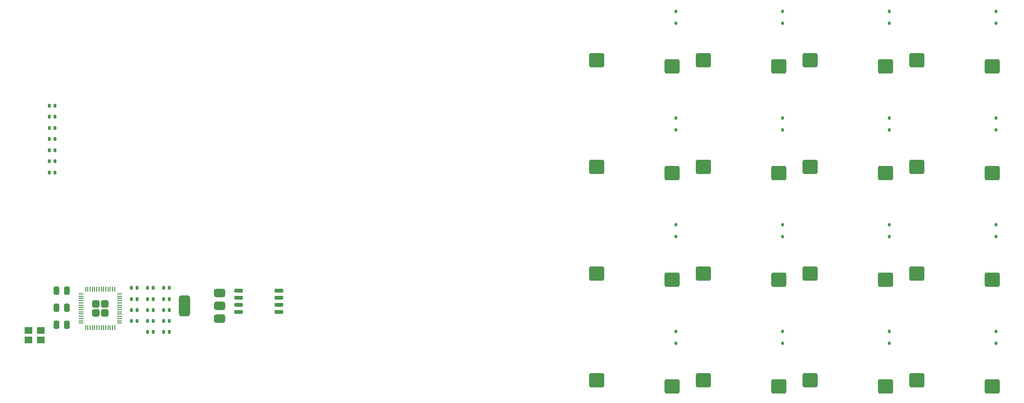
<source format=gbr>
%TF.GenerationSoftware,KiCad,Pcbnew,8.0.3*%
%TF.CreationDate,2024-06-18T00:53:01+07:00*%
%TF.ProjectId,Bandung_v1.0.0,42616e64-756e-4675-9f76-312e302e302e,rev?*%
%TF.SameCoordinates,Original*%
%TF.FileFunction,Paste,Bot*%
%TF.FilePolarity,Positive*%
%FSLAX46Y46*%
G04 Gerber Fmt 4.6, Leading zero omitted, Abs format (unit mm)*
G04 Created by KiCad (PCBNEW 8.0.3) date 2024-06-18 00:53:01*
%MOMM*%
%LPD*%
G01*
G04 APERTURE LIST*
G04 Aperture macros list*
%AMRoundRect*
0 Rectangle with rounded corners*
0 $1 Rounding radius*
0 $2 $3 $4 $5 $6 $7 $8 $9 X,Y pos of 4 corners*
0 Add a 4 corners polygon primitive as box body*
4,1,4,$2,$3,$4,$5,$6,$7,$8,$9,$2,$3,0*
0 Add four circle primitives for the rounded corners*
1,1,$1+$1,$2,$3*
1,1,$1+$1,$4,$5*
1,1,$1+$1,$6,$7*
1,1,$1+$1,$8,$9*
0 Add four rect primitives between the rounded corners*
20,1,$1+$1,$2,$3,$4,$5,0*
20,1,$1+$1,$4,$5,$6,$7,0*
20,1,$1+$1,$6,$7,$8,$9,0*
20,1,$1+$1,$8,$9,$2,$3,0*%
G04 Aperture macros list end*
%ADD10RoundRect,0.112500X-0.112500X0.187500X-0.112500X-0.187500X0.112500X-0.187500X0.112500X0.187500X0*%
%ADD11RoundRect,0.255000X1.070000X1.020000X-1.070000X1.020000X-1.070000X-1.020000X1.070000X-1.020000X0*%
%ADD12RoundRect,0.375000X0.625000X0.375000X-0.625000X0.375000X-0.625000X-0.375000X0.625000X-0.375000X0*%
%ADD13RoundRect,0.500000X0.500000X1.400000X-0.500000X1.400000X-0.500000X-1.400000X0.500000X-1.400000X0*%
%ADD14R,1.400000X1.200000*%
%ADD15RoundRect,0.140000X0.140000X0.170000X-0.140000X0.170000X-0.140000X-0.170000X0.140000X-0.170000X0*%
%ADD16RoundRect,0.250000X0.250000X0.475000X-0.250000X0.475000X-0.250000X-0.475000X0.250000X-0.475000X0*%
%ADD17RoundRect,0.135000X0.135000X0.185000X-0.135000X0.185000X-0.135000X-0.185000X0.135000X-0.185000X0*%
%ADD18RoundRect,0.150000X0.650000X0.150000X-0.650000X0.150000X-0.650000X-0.150000X0.650000X-0.150000X0*%
%ADD19RoundRect,0.249999X0.395001X0.395001X-0.395001X0.395001X-0.395001X-0.395001X0.395001X-0.395001X0*%
%ADD20RoundRect,0.050000X0.387500X0.050000X-0.387500X0.050000X-0.387500X-0.050000X0.387500X-0.050000X0*%
%ADD21RoundRect,0.050000X0.050000X0.387500X-0.050000X0.387500X-0.050000X-0.387500X0.050000X-0.387500X0*%
G04 APERTURE END LIST*
D10*
%TO.C,D10*%
X141300000Y-53575000D03*
X141300000Y-55675000D03*
%TD*%
%TO.C,D2*%
X141300000Y-15475000D03*
X141300000Y-17575000D03*
%TD*%
D11*
%TO.C,CH9*%
X108080000Y-62325000D03*
X121570000Y-63375000D03*
%TD*%
D12*
%TO.C,U1*%
X40820236Y-65780000D03*
X40820236Y-68080000D03*
D13*
X34520236Y-68080000D03*
D12*
X40820236Y-70380000D03*
%TD*%
D11*
%TO.C,CH6*%
X127130000Y-43275000D03*
X140620000Y-44325000D03*
%TD*%
%TO.C,CH7*%
X146180000Y-43275000D03*
X159670000Y-44325000D03*
%TD*%
D14*
%TO.C,Y1*%
X8850236Y-74155000D03*
X6650236Y-74155000D03*
X6650236Y-72455000D03*
X8850236Y-72455000D03*
%TD*%
D15*
%TO.C,C6*%
X31790236Y-70775000D03*
X30830236Y-70775000D03*
%TD*%
D11*
%TO.C,CH5*%
X108080000Y-43275000D03*
X121570000Y-44325000D03*
%TD*%
D10*
%TO.C,D7*%
X160350000Y-34525000D03*
X160350000Y-36625000D03*
%TD*%
D11*
%TO.C,CH10*%
X127130000Y-62325000D03*
X140620000Y-63375000D03*
%TD*%
%TO.C,CH11*%
X146180000Y-62325000D03*
X159670000Y-63375000D03*
%TD*%
D16*
%TO.C,C17*%
X13550236Y-71405000D03*
X11650236Y-71405000D03*
%TD*%
D15*
%TO.C,C16*%
X26050236Y-70775000D03*
X25090236Y-70775000D03*
%TD*%
D16*
%TO.C,C1*%
X13550236Y-65385000D03*
X11650236Y-65385000D03*
%TD*%
D10*
%TO.C,D15*%
X160350000Y-72625000D03*
X160350000Y-74725000D03*
%TD*%
D11*
%TO.C,CH4*%
X165230000Y-24225000D03*
X178720000Y-25275000D03*
%TD*%
D17*
%TO.C,R2*%
X11420236Y-34285000D03*
X10400236Y-34285000D03*
%TD*%
D15*
%TO.C,C10*%
X28920236Y-68805000D03*
X27960236Y-68805000D03*
%TD*%
D17*
%TO.C,R5*%
X11420236Y-40255000D03*
X10400236Y-40255000D03*
%TD*%
D10*
%TO.C,D14*%
X141300000Y-72625000D03*
X141300000Y-74725000D03*
%TD*%
D15*
%TO.C,C3*%
X31790236Y-66835000D03*
X30830236Y-66835000D03*
%TD*%
D11*
%TO.C,CH12*%
X165230000Y-62325000D03*
X178720000Y-63375000D03*
%TD*%
D16*
%TO.C,C4*%
X13550236Y-68395000D03*
X11650236Y-68395000D03*
%TD*%
D15*
%TO.C,C13*%
X26050236Y-64865000D03*
X25090236Y-64865000D03*
%TD*%
%TO.C,C7*%
X31790236Y-72745000D03*
X30830236Y-72745000D03*
%TD*%
D10*
%TO.C,D12*%
X179400000Y-53575000D03*
X179400000Y-55675000D03*
%TD*%
%TO.C,D13*%
X122250000Y-72625000D03*
X122250000Y-74725000D03*
%TD*%
D17*
%TO.C,R3*%
X11420236Y-36275000D03*
X10400236Y-36275000D03*
%TD*%
D10*
%TO.C,D16*%
X179400000Y-72625000D03*
X179400000Y-74725000D03*
%TD*%
D15*
%TO.C,C8*%
X28920236Y-64865000D03*
X27960236Y-64865000D03*
%TD*%
D18*
%TO.C,U2*%
X51370236Y-65360000D03*
X51370236Y-66630000D03*
X51370236Y-67900000D03*
X51370236Y-69170000D03*
X44170236Y-69170000D03*
X44170236Y-67900000D03*
X44170236Y-66630000D03*
X44170236Y-65360000D03*
%TD*%
D15*
%TO.C,C5*%
X31790236Y-68805000D03*
X30830236Y-68805000D03*
%TD*%
D17*
%TO.C,R7*%
X11420236Y-44235000D03*
X10400236Y-44235000D03*
%TD*%
%TO.C,R4*%
X11420236Y-38265000D03*
X10400236Y-38265000D03*
%TD*%
%TO.C,R6*%
X11420236Y-42245000D03*
X10400236Y-42245000D03*
%TD*%
%TO.C,R1*%
X11420236Y-32295000D03*
X10400236Y-32295000D03*
%TD*%
D15*
%TO.C,C11*%
X28920236Y-70775000D03*
X27960236Y-70775000D03*
%TD*%
%TO.C,C9*%
X28920236Y-66835000D03*
X27960236Y-66835000D03*
%TD*%
D10*
%TO.C,D6*%
X141300000Y-34525000D03*
X141300000Y-36625000D03*
%TD*%
%TO.C,D11*%
X160350000Y-53575000D03*
X160350000Y-55675000D03*
%TD*%
D15*
%TO.C,C2*%
X31790236Y-64865000D03*
X30830236Y-64865000D03*
%TD*%
%TO.C,C12*%
X28920236Y-72745000D03*
X27960236Y-72745000D03*
%TD*%
D11*
%TO.C,CH15*%
X146180000Y-81375000D03*
X159670000Y-82425000D03*
%TD*%
%TO.C,CH8*%
X165230000Y-43275000D03*
X178720000Y-44325000D03*
%TD*%
D19*
%TO.C,U3*%
X20280236Y-69335000D03*
X20280236Y-67735000D03*
X18680236Y-69335000D03*
X18680236Y-67735000D03*
D20*
X22917736Y-65935000D03*
X22917736Y-66335000D03*
X22917736Y-66735000D03*
X22917736Y-67135000D03*
X22917736Y-67535000D03*
X22917736Y-67935000D03*
X22917736Y-68335000D03*
X22917736Y-68735000D03*
X22917736Y-69135000D03*
X22917736Y-69535000D03*
X22917736Y-69935000D03*
X22917736Y-70335000D03*
X22917736Y-70735000D03*
X22917736Y-71135000D03*
D21*
X22080236Y-71972500D03*
X21680236Y-71972500D03*
X21280236Y-71972500D03*
X20880236Y-71972500D03*
X20480236Y-71972500D03*
X20080236Y-71972500D03*
X19680236Y-71972500D03*
X19280236Y-71972500D03*
X18880236Y-71972500D03*
X18480236Y-71972500D03*
X18080236Y-71972500D03*
X17680236Y-71972500D03*
X17280236Y-71972500D03*
X16880236Y-71972500D03*
D20*
X16042736Y-71135000D03*
X16042736Y-70735000D03*
X16042736Y-70335000D03*
X16042736Y-69935000D03*
X16042736Y-69535000D03*
X16042736Y-69135000D03*
X16042736Y-68735000D03*
X16042736Y-68335000D03*
X16042736Y-67935000D03*
X16042736Y-67535000D03*
X16042736Y-67135000D03*
X16042736Y-66735000D03*
X16042736Y-66335000D03*
X16042736Y-65935000D03*
D21*
X16880236Y-65097500D03*
X17280236Y-65097500D03*
X17680236Y-65097500D03*
X18080236Y-65097500D03*
X18480236Y-65097500D03*
X18880236Y-65097500D03*
X19280236Y-65097500D03*
X19680236Y-65097500D03*
X20080236Y-65097500D03*
X20480236Y-65097500D03*
X20880236Y-65097500D03*
X21280236Y-65097500D03*
X21680236Y-65097500D03*
X22080236Y-65097500D03*
%TD*%
D15*
%TO.C,C14*%
X26050236Y-66835000D03*
X25090236Y-66835000D03*
%TD*%
D11*
%TO.C,CH16*%
X165230000Y-81375000D03*
X178720000Y-82425000D03*
%TD*%
%TO.C,CH2*%
X127130000Y-24225000D03*
X140620000Y-25275000D03*
%TD*%
%TO.C,CH14*%
X127130000Y-81375000D03*
X140620000Y-82425000D03*
%TD*%
D10*
%TO.C,D5*%
X122250000Y-34525000D03*
X122250000Y-36625000D03*
%TD*%
D15*
%TO.C,C15*%
X26050236Y-68805000D03*
X25090236Y-68805000D03*
%TD*%
D10*
%TO.C,D9*%
X122250000Y-53575000D03*
X122250000Y-55675000D03*
%TD*%
D11*
%TO.C,CH13*%
X108080000Y-81375000D03*
X121570000Y-82425000D03*
%TD*%
D10*
%TO.C,D8*%
X179400000Y-34525000D03*
X179400000Y-36625000D03*
%TD*%
%TO.C,D3*%
X160350000Y-15475000D03*
X160350000Y-17575000D03*
%TD*%
%TO.C,D1*%
X122250000Y-15475000D03*
X122250000Y-17575000D03*
%TD*%
D11*
%TO.C,CH3*%
X146180000Y-24225000D03*
X159670000Y-25275000D03*
%TD*%
D10*
%TO.C,D4*%
X179400000Y-15475000D03*
X179400000Y-17575000D03*
%TD*%
D11*
%TO.C,CH1*%
X108080000Y-24225000D03*
X121570000Y-25275000D03*
%TD*%
M02*

</source>
